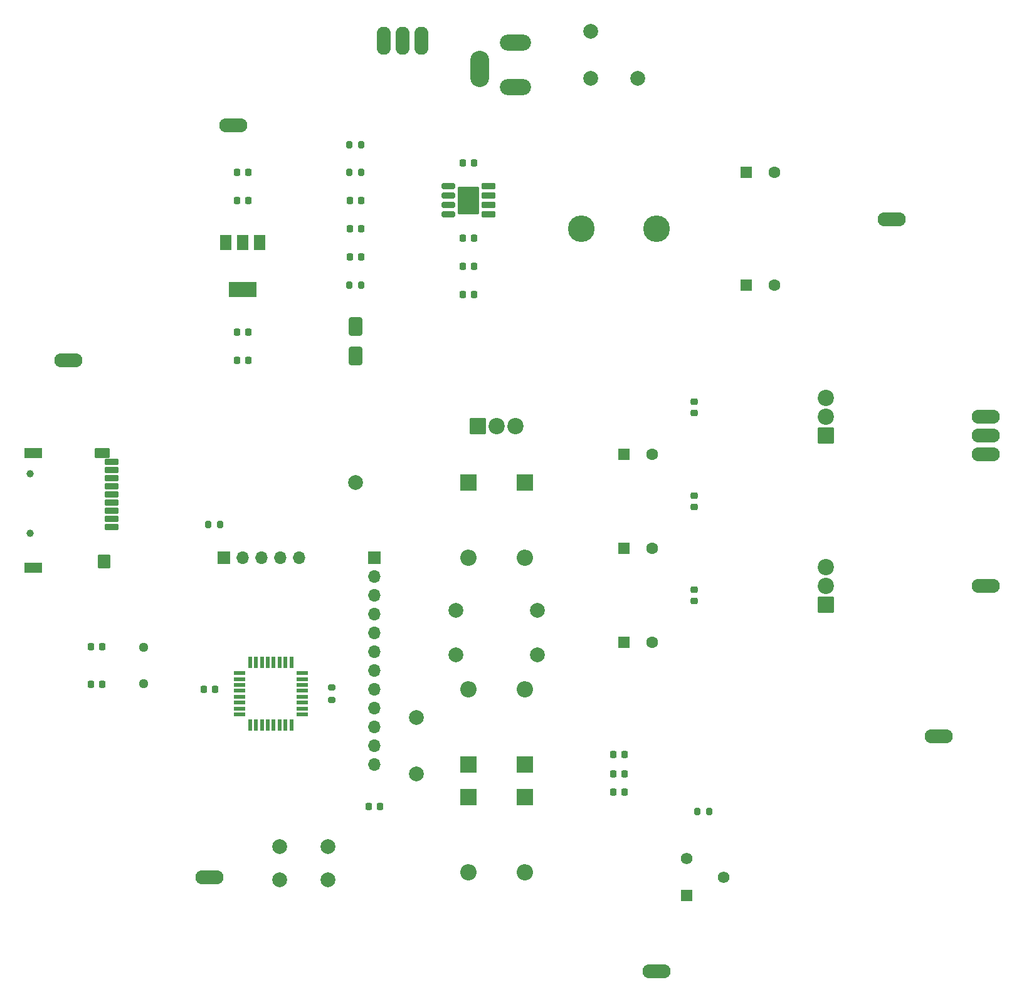
<source format=gts>
G04 #@! TF.GenerationSoftware,KiCad,Pcbnew,7.0.1*
G04 #@! TF.CreationDate,2024-08-11T00:25:02+02:00*
G04 #@! TF.ProjectId,uTesla,75546573-6c61-42e6-9b69-6361645f7063,rev?*
G04 #@! TF.SameCoordinates,Original*
G04 #@! TF.FileFunction,Soldermask,Top*
G04 #@! TF.FilePolarity,Negative*
%FSLAX46Y46*%
G04 Gerber Fmt 4.6, Leading zero omitted, Abs format (unit mm)*
G04 Created by KiCad (PCBNEW 7.0.1) date 2024-08-11 00:25:02*
%MOMM*%
%LPD*%
G01*
G04 APERTURE LIST*
G04 Aperture macros list*
%AMRoundRect*
0 Rectangle with rounded corners*
0 $1 Rounding radius*
0 $2 $3 $4 $5 $6 $7 $8 $9 X,Y pos of 4 corners*
0 Add a 4 corners polygon primitive as box body*
4,1,4,$2,$3,$4,$5,$6,$7,$8,$9,$2,$3,0*
0 Add four circle primitives for the rounded corners*
1,1,$1+$1,$2,$3*
1,1,$1+$1,$4,$5*
1,1,$1+$1,$6,$7*
1,1,$1+$1,$8,$9*
0 Add four rect primitives between the rounded corners*
20,1,$1+$1,$2,$3,$4,$5,0*
20,1,$1+$1,$4,$5,$6,$7,0*
20,1,$1+$1,$6,$7,$8,$9,0*
20,1,$1+$1,$8,$9,$2,$3,0*%
G04 Aperture macros list end*
%ADD10RoundRect,0.102000X-0.997500X-0.997500X0.997500X-0.997500X0.997500X0.997500X-0.997500X0.997500X0*%
%ADD11C,2.199000*%
%ADD12RoundRect,0.200000X0.200000X0.275000X-0.200000X0.275000X-0.200000X-0.275000X0.200000X-0.275000X0*%
%ADD13C,2.000000*%
%ADD14RoundRect,0.102000X0.997500X-0.997500X0.997500X0.997500X-0.997500X0.997500X-0.997500X-0.997500X0*%
%ADD15R,2.200000X2.200000*%
%ADD16O,2.200000X2.200000*%
%ADD17R,1.600000X0.550000*%
%ADD18R,0.550000X1.600000*%
%ADD19RoundRect,0.200000X-0.275000X0.200000X-0.275000X-0.200000X0.275000X-0.200000X0.275000X0.200000X0*%
%ADD20RoundRect,0.225000X0.225000X0.250000X-0.225000X0.250000X-0.225000X-0.250000X0.225000X-0.250000X0*%
%ADD21C,1.284000*%
%ADD22RoundRect,0.225000X0.250000X-0.225000X0.250000X0.225000X-0.250000X0.225000X-0.250000X-0.225000X0*%
%ADD23R,1.600000X1.600000*%
%ADD24C,1.600000*%
%ADD25RoundRect,0.225000X-0.225000X-0.250000X0.225000X-0.250000X0.225000X0.250000X-0.225000X0.250000X0*%
%ADD26O,2.554000X4.904000*%
%ADD27O,4.204000X2.204000*%
%ADD28R,1.500000X2.000000*%
%ADD29R,3.800000X2.000000*%
%ADD30O,3.810000X1.905000*%
%ADD31R,1.560000X1.560000*%
%ADD32C,1.560000*%
%ADD33RoundRect,0.200000X-0.200000X-0.275000X0.200000X-0.275000X0.200000X0.275000X-0.200000X0.275000X0*%
%ADD34R,1.700000X1.700000*%
%ADD35O,1.700000X1.700000*%
%ADD36O,1.905000X3.810000*%
%ADD37RoundRect,0.250000X-0.650000X1.000000X-0.650000X-1.000000X0.650000X-1.000000X0.650000X1.000000X0*%
%ADD38C,3.600000*%
%ADD39RoundRect,0.102000X0.800100X0.304800X-0.800100X0.304800X-0.800100X-0.304800X0.800100X-0.304800X0*%
%ADD40RoundRect,0.102000X0.800100X0.279400X-0.800100X0.279400X-0.800100X-0.279400X0.800100X-0.279400X0*%
%ADD41RoundRect,0.102000X1.308100X1.752600X-1.308100X1.752600X-1.308100X-1.752600X1.308100X-1.752600X0*%
%ADD42C,1.000000*%
%ADD43RoundRect,0.102000X-0.800000X0.350000X-0.800000X-0.350000X0.800000X-0.350000X0.800000X0.350000X0*%
%ADD44RoundRect,0.102000X-0.900000X0.600000X-0.900000X-0.600000X0.900000X-0.600000X0.900000X0.600000X0*%
%ADD45RoundRect,0.102000X-0.750000X0.800000X-0.750000X-0.800000X0.750000X-0.800000X0.750000X0.800000X0*%
%ADD46RoundRect,0.102000X-1.100000X0.600000X-1.100000X-0.600000X1.100000X-0.600000X1.100000X0.600000X0*%
G04 APERTURE END LIST*
D10*
X147320000Y-78740000D03*
D11*
X149860000Y-78740000D03*
X152400000Y-78740000D03*
D12*
X112585000Y-92075000D03*
X110935000Y-92075000D03*
D13*
X155360000Y-103680000D03*
X144360000Y-103680000D03*
X155360000Y-109680000D03*
X144360000Y-109680000D03*
D14*
X194310000Y-102870000D03*
D11*
X194310000Y-100330000D03*
X194310000Y-97790000D03*
D15*
X153670000Y-128905000D03*
D16*
X153670000Y-139065000D03*
D17*
X115130000Y-112135000D03*
X115130000Y-112935000D03*
X115130000Y-113735000D03*
X115130000Y-114535000D03*
X115130000Y-115335000D03*
X115130000Y-116135000D03*
X115130000Y-116935000D03*
X115130000Y-117735000D03*
D18*
X116580000Y-119185000D03*
X117380000Y-119185000D03*
X118180000Y-119185000D03*
X118980000Y-119185000D03*
X119780000Y-119185000D03*
X120580000Y-119185000D03*
X121380000Y-119185000D03*
X122180000Y-119185000D03*
D17*
X123630000Y-117735000D03*
X123630000Y-116935000D03*
X123630000Y-116135000D03*
X123630000Y-115335000D03*
X123630000Y-114535000D03*
X123630000Y-113735000D03*
X123630000Y-112935000D03*
X123630000Y-112135000D03*
D18*
X122180000Y-110685000D03*
X121380000Y-110685000D03*
X120580000Y-110685000D03*
X119780000Y-110685000D03*
X118980000Y-110685000D03*
X118180000Y-110685000D03*
X117380000Y-110685000D03*
X116580000Y-110685000D03*
D19*
X127635000Y-114110000D03*
X127635000Y-115760000D03*
D20*
X167145000Y-125730000D03*
X165595000Y-125730000D03*
D21*
X102235000Y-108685000D03*
X102235000Y-113565000D03*
D22*
X176530000Y-89675000D03*
X176530000Y-88125000D03*
D20*
X167145000Y-123171304D03*
X165595000Y-123171304D03*
D15*
X146050000Y-128905000D03*
D16*
X146050000Y-139065000D03*
D12*
X131635000Y-40780030D03*
X129985000Y-40780030D03*
D13*
X130810000Y-86360000D03*
X162560000Y-31750000D03*
D20*
X96660000Y-108585000D03*
X95110000Y-108585000D03*
D23*
X167107349Y-107950000D03*
D24*
X170907349Y-107950000D03*
D20*
X134125000Y-130175000D03*
X132575000Y-130175000D03*
D13*
X168910000Y-31750000D03*
D15*
X146050000Y-86360000D03*
D16*
X146050000Y-96520000D03*
D15*
X153670000Y-86360000D03*
D16*
X153670000Y-96520000D03*
D25*
X114795000Y-48260000D03*
X116345000Y-48260000D03*
D23*
X183617349Y-44450000D03*
D24*
X187417349Y-44450000D03*
D26*
X147600000Y-30480000D03*
D27*
X152400000Y-26980000D03*
X152400000Y-32980000D03*
D28*
X117870000Y-54000000D03*
X115570000Y-54000000D03*
D29*
X115570000Y-60300000D03*
D28*
X113270000Y-54000000D03*
D20*
X167145000Y-128251304D03*
X165595000Y-128251304D03*
D30*
X114300000Y-38100000D03*
D20*
X96660000Y-113665000D03*
X95110000Y-113665000D03*
D31*
X175560000Y-142200000D03*
D32*
X180560000Y-139700000D03*
X175560000Y-137200000D03*
D33*
X129985000Y-44490825D03*
X131635000Y-44490825D03*
D34*
X133350000Y-96520000D03*
D35*
X133350000Y-99060000D03*
X133350000Y-101600000D03*
X133350000Y-104140000D03*
X133350000Y-106680000D03*
X133350000Y-109220000D03*
X133350000Y-111760000D03*
X133350000Y-114300000D03*
X133350000Y-116840000D03*
X133350000Y-119380000D03*
X133350000Y-121920000D03*
X133350000Y-124460000D03*
D13*
X139065000Y-118110000D03*
D20*
X131585000Y-55880000D03*
X130035000Y-55880000D03*
D23*
X183617349Y-59690000D03*
D24*
X187417349Y-59690000D03*
D14*
X194310000Y-80010000D03*
D11*
X194310000Y-77470000D03*
X194310000Y-74930000D03*
D30*
X111125000Y-139700000D03*
D25*
X114795000Y-44450000D03*
X116345000Y-44450000D03*
D36*
X139700000Y-26670000D03*
X137160000Y-26670000D03*
X134620000Y-26670000D03*
D37*
X130810000Y-65310000D03*
X130810000Y-69310000D03*
D30*
X92075000Y-69850000D03*
D20*
X146825000Y-53340000D03*
X145275000Y-53340000D03*
D30*
X171450000Y-152400000D03*
D20*
X146825000Y-60960000D03*
X145275000Y-60960000D03*
D25*
X114795000Y-66040000D03*
X116345000Y-66040000D03*
X130035000Y-48260000D03*
X131585000Y-48260000D03*
D13*
X120575000Y-135545000D03*
X127075000Y-135545000D03*
X120575000Y-140045000D03*
X127075000Y-140045000D03*
D22*
X176530000Y-102375000D03*
X176530000Y-100825000D03*
D30*
X209550000Y-120650000D03*
D20*
X146825000Y-57150000D03*
X145275000Y-57150000D03*
D34*
X113030000Y-96520000D03*
D35*
X115570000Y-96520000D03*
X118110000Y-96520000D03*
X120650000Y-96520000D03*
X123190000Y-96520000D03*
D30*
X203200000Y-50800000D03*
D13*
X162560000Y-25400000D03*
X139065000Y-125730000D03*
D33*
X176975000Y-130810000D03*
X178625000Y-130810000D03*
D30*
X215900000Y-77470000D03*
X215900000Y-80010000D03*
X215900000Y-82550000D03*
D12*
X131635000Y-59690000D03*
X129985000Y-59690000D03*
D20*
X146825000Y-43180000D03*
X145275000Y-43180000D03*
D23*
X167107349Y-82550000D03*
D24*
X170907349Y-82550000D03*
D25*
X114795000Y-69850000D03*
X116345000Y-69850000D03*
D38*
X161290000Y-52070000D03*
X171450000Y-52070000D03*
D39*
X148767800Y-50165000D03*
X148767800Y-48895000D03*
X148767800Y-47625000D03*
X148767800Y-46355000D03*
D40*
X143332200Y-46355000D03*
X143332200Y-47625000D03*
X143332200Y-48895000D03*
X143332200Y-50165000D03*
D41*
X146050000Y-48260000D03*
D15*
X153670000Y-124460000D03*
D16*
X153670000Y-114300000D03*
D30*
X215900000Y-100330000D03*
D20*
X111900000Y-114300000D03*
X110350000Y-114300000D03*
D22*
X176530000Y-76975000D03*
X176530000Y-75425000D03*
D15*
X146050000Y-124460000D03*
D16*
X146050000Y-114300000D03*
D42*
X86920000Y-85220000D03*
X86920000Y-93220000D03*
D43*
X97920000Y-92420000D03*
X97920000Y-91320000D03*
X97920000Y-90220000D03*
X97920000Y-89120000D03*
X97920000Y-88020000D03*
X97920000Y-86920000D03*
X97920000Y-85820000D03*
X97920000Y-84720000D03*
X97920000Y-83620000D03*
D44*
X96620000Y-82420000D03*
D45*
X96870000Y-97020000D03*
D46*
X87320000Y-82420000D03*
X87320000Y-97920000D03*
D23*
X167107349Y-95250000D03*
D24*
X170907349Y-95250000D03*
D20*
X131585000Y-52070000D03*
X130035000Y-52070000D03*
M02*

</source>
